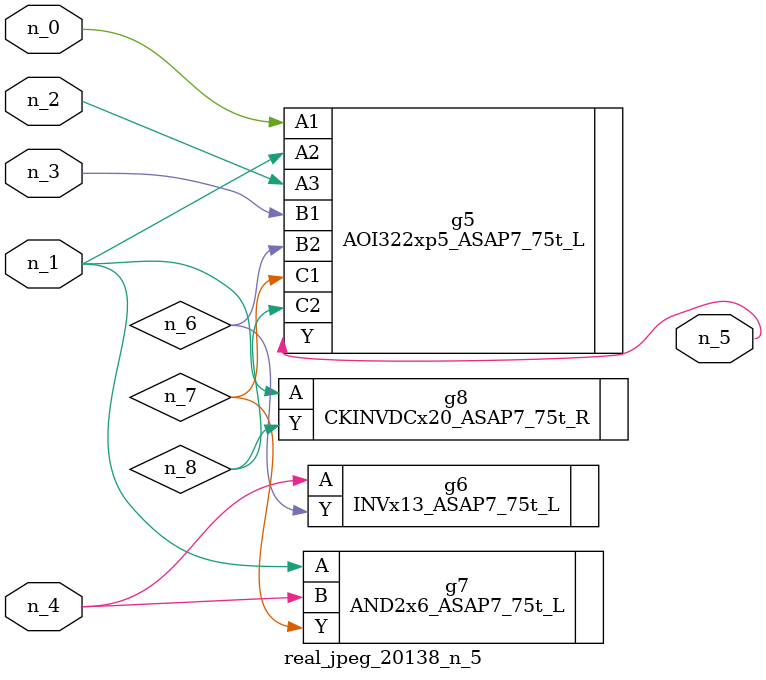
<source format=v>
module real_jpeg_20138_n_5 (n_4, n_0, n_1, n_2, n_3, n_5);

input n_4;
input n_0;
input n_1;
input n_2;
input n_3;

output n_5;

wire n_8;
wire n_6;
wire n_7;

AOI322xp5_ASAP7_75t_L g5 ( 
.A1(n_0),
.A2(n_1),
.A3(n_2),
.B1(n_3),
.B2(n_6),
.C1(n_7),
.C2(n_8),
.Y(n_5)
);

AND2x6_ASAP7_75t_L g7 ( 
.A(n_1),
.B(n_4),
.Y(n_7)
);

CKINVDCx20_ASAP7_75t_R g8 ( 
.A(n_1),
.Y(n_8)
);

INVx13_ASAP7_75t_L g6 ( 
.A(n_4),
.Y(n_6)
);


endmodule
</source>
